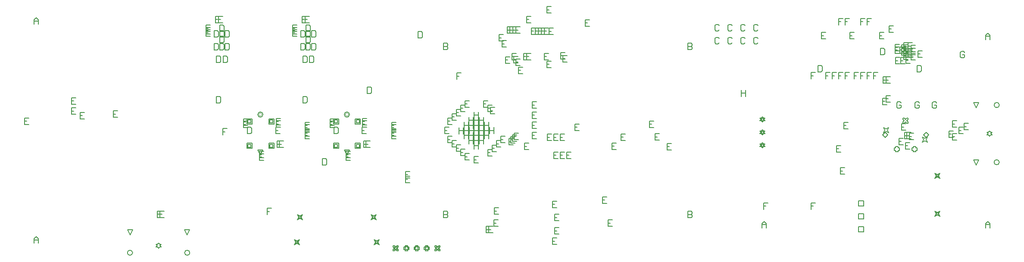
<source format=gbr>
%TF.GenerationSoftware,Altium Limited,Altium Designer,22.4.2 (48)*%
G04 Layer_Color=2752767*
%FSLAX26Y26*%
%MOIN*%
%TF.SameCoordinates,8C98EB32-1E12-42CD-A60B-9DA89663A72C*%
%TF.FilePolarity,Positive*%
%TF.FileFunction,Drawing*%
%TF.Part,Single*%
G01*
G75*
%TA.AperFunction,NonConductor*%
%ADD228C,0.005000*%
%ADD229C,0.006667*%
%ADD230C,0.004000*%
D228*
X8877638Y2392992D02*
Y2432992D01*
X8917638D01*
Y2392992D01*
X8877638D01*
Y2292992D02*
Y2332992D01*
X8917638D01*
Y2292992D01*
X8877638D01*
Y2192992D02*
Y2232992D01*
X8917638D01*
Y2192992D01*
X8877638D01*
X9789370Y2711496D02*
X9769370Y2751496D01*
X9809370D01*
X9789370Y2711496D01*
Y3154016D02*
X9769370Y3194016D01*
X9809370D01*
X9789370Y3154016D01*
X9891732Y2932756D02*
X9901732Y2942756D01*
X9911732D01*
X9901732Y2952756D01*
X9911732Y2962756D01*
X9901732D01*
X9891732Y2972756D01*
X9881732Y2962756D01*
X9871732D01*
X9881732Y2952756D01*
X9871732Y2942756D01*
X9881732D01*
X9891732Y2932756D01*
X9372126Y2886299D02*
X9382126Y2906299D01*
X9372126Y2926299D01*
X9392126Y2916299D01*
X9412126Y2926299D01*
X9402126Y2906299D01*
X9412126Y2886299D01*
X9392126Y2896299D01*
X9372126Y2886299D01*
X9072126Y2959528D02*
X9082126Y2979528D01*
X9072126Y2999528D01*
X9092126Y2989528D01*
X9112126Y2999528D01*
X9102126Y2979528D01*
X9112126Y2959528D01*
X9092126Y2969528D01*
X9072126Y2959528D01*
X9163228Y2822677D02*
Y2812677D01*
X9183228D01*
Y2822677D01*
X9193228D01*
Y2842677D01*
X9183228D01*
Y2852677D01*
X9163228D01*
Y2842677D01*
X9153228D01*
Y2822677D01*
X9163228D01*
X9301024D02*
Y2812677D01*
X9321024D01*
Y2822677D01*
X9331024D01*
Y2842677D01*
X9321024D01*
Y2852677D01*
X9301024D01*
Y2842677D01*
X9291024D01*
Y2822677D01*
X9301024D01*
X9222126Y3033150D02*
X9232126D01*
X9242126Y3043150D01*
X9252126Y3033150D01*
X9262126D01*
Y3043150D01*
X9252126Y3053150D01*
X9262126Y3063150D01*
Y3073150D01*
X9252126D01*
X9242126Y3063150D01*
X9232126Y3073150D01*
X9222126D01*
Y3063150D01*
X9232126Y3053150D01*
X9222126Y3043150D01*
Y3033150D01*
X9064252Y2942913D02*
X9084252Y2962913D01*
X9104252Y2942913D01*
X9084252Y2922913D01*
X9064252Y2942913D01*
X9380000D02*
X9400000Y2962913D01*
X9420000Y2942913D01*
X9400000Y2922913D01*
X9380000Y2942913D01*
X4816614Y3027244D02*
Y3067244D01*
X4856614D01*
Y3027244D01*
X4816614D01*
X4824614Y3035244D02*
Y3059244D01*
X4848614D01*
Y3035244D01*
X4824614D01*
X4816614Y2838268D02*
Y2878268D01*
X4856614D01*
Y2838268D01*
X4816614D01*
X4824614Y2846268D02*
Y2870268D01*
X4848614D01*
Y2846268D01*
X4824614D01*
X4985905Y2838268D02*
Y2878268D01*
X5025905D01*
Y2838268D01*
X4985905D01*
X4993905Y2846268D02*
Y2870268D01*
X5017905D01*
Y2846268D01*
X4993905D01*
X4985905Y3027244D02*
Y3067244D01*
X5025905D01*
Y3027244D01*
X4985905D01*
X4993905Y3035244D02*
Y3059244D01*
X5017905D01*
Y3035244D01*
X4993905D01*
X4921260Y2785118D02*
X4901260Y2825118D01*
X4941260D01*
X4921260Y2785118D01*
Y2793118D02*
X4909260Y2817118D01*
X4933260D01*
X4921260Y2793118D01*
X8135827Y2842599D02*
X8145827Y2852599D01*
X8155827D01*
X8145827Y2862599D01*
X8155827Y2872599D01*
X8145827D01*
X8135827Y2882599D01*
X8125827Y2872599D01*
X8115827D01*
X8125827Y2862599D01*
X8115827Y2852599D01*
X8125827D01*
X8135827Y2842599D01*
Y2850599D02*
X8141827Y2856599D01*
X8147827D01*
X8141827Y2862599D01*
X8147827Y2868599D01*
X8141827D01*
X8135827Y2874599D01*
X8129827Y2868599D01*
X8123827D01*
X8129827Y2862599D01*
X8123827Y2856599D01*
X8129827D01*
X8135827Y2850599D01*
Y2942599D02*
X8145827Y2952599D01*
X8155827D01*
X8145827Y2962599D01*
X8155827Y2972599D01*
X8145827D01*
X8135827Y2982599D01*
X8125827Y2972599D01*
X8115827D01*
X8125827Y2962599D01*
X8115827Y2952599D01*
X8125827D01*
X8135827Y2942599D01*
Y2950599D02*
X8141827Y2956599D01*
X8147827D01*
X8141827Y2962599D01*
X8147827Y2968599D01*
X8141827D01*
X8135827Y2974599D01*
X8129827Y2968599D01*
X8123827D01*
X8129827Y2962599D01*
X8123827Y2956599D01*
X8129827D01*
X8135827Y2950599D01*
Y3042599D02*
X8145827Y3052599D01*
X8155827D01*
X8145827Y3062599D01*
X8155827Y3072599D01*
X8145827D01*
X8135827Y3082599D01*
X8125827Y3072599D01*
X8115827D01*
X8125827Y3062599D01*
X8115827Y3052599D01*
X8125827D01*
X8135827Y3042599D01*
Y3050599D02*
X8141827Y3056599D01*
X8147827D01*
X8141827Y3062599D01*
X8147827Y3068599D01*
X8141827D01*
X8135827Y3074599D01*
X8129827Y3068599D01*
X8123827D01*
X8129827Y3062599D01*
X8123827Y3056599D01*
X8129827D01*
X8135827Y3050599D01*
X9468189Y2607953D02*
X9478189Y2627953D01*
X9468189Y2647953D01*
X9488189Y2637953D01*
X9508189Y2647953D01*
X9498189Y2627953D01*
X9508189Y2607953D01*
X9488189Y2617953D01*
X9468189Y2607953D01*
X9476189Y2615953D02*
X9482189Y2627953D01*
X9476189Y2639953D01*
X9488189Y2633953D01*
X9500189Y2639953D01*
X9494189Y2627953D01*
X9500189Y2615953D01*
X9488189Y2621953D01*
X9476189Y2615953D01*
X9468189Y2312677D02*
X9478189Y2332677D01*
X9468189Y2352677D01*
X9488189Y2342677D01*
X9508189Y2352677D01*
X9498189Y2332677D01*
X9508189Y2312677D01*
X9488189Y2322677D01*
X9468189Y2312677D01*
X9476189Y2320677D02*
X9482189Y2332677D01*
X9476189Y2344677D01*
X9488189Y2338677D01*
X9500189Y2344677D01*
X9494189Y2332677D01*
X9500189Y2320677D01*
X9488189Y2326677D01*
X9476189Y2320677D01*
X5529370Y2056929D02*
Y2046929D01*
X5549370D01*
Y2056929D01*
X5559370D01*
Y2076929D01*
X5549370D01*
Y2086929D01*
X5529370D01*
Y2076929D01*
X5519370D01*
Y2056929D01*
X5529370D01*
X5533370Y2060929D02*
Y2054929D01*
X5545370D01*
Y2060929D01*
X5551370D01*
Y2072929D01*
X5545370D01*
Y2078929D01*
X5533370D01*
Y2072929D01*
X5527370D01*
Y2060929D01*
X5533370D01*
X5450630Y2056929D02*
Y2046929D01*
X5470630D01*
Y2056929D01*
X5480630D01*
Y2076929D01*
X5470630D01*
Y2086929D01*
X5450630D01*
Y2076929D01*
X5440630D01*
Y2056929D01*
X5450630D01*
X5454630Y2060929D02*
Y2054929D01*
X5466630D01*
Y2060929D01*
X5472630D01*
Y2072929D01*
X5466630D01*
Y2078929D01*
X5454630D01*
Y2072929D01*
X5448630D01*
Y2060929D01*
X5454630D01*
X5371890Y2056929D02*
Y2046929D01*
X5391890D01*
Y2056929D01*
X5401890D01*
Y2076929D01*
X5391890D01*
Y2086929D01*
X5371890D01*
Y2076929D01*
X5361890D01*
Y2056929D01*
X5371890D01*
X5375890Y2060929D02*
Y2054929D01*
X5387890D01*
Y2060929D01*
X5393890D01*
Y2072929D01*
X5387890D01*
Y2078929D01*
X5375890D01*
Y2072929D01*
X5369890D01*
Y2060929D01*
X5375890D01*
X5279213Y2046929D02*
X5289213D01*
X5299213Y2056929D01*
X5309213Y2046929D01*
X5319213D01*
Y2056929D01*
X5309213Y2066929D01*
X5319213Y2076929D01*
Y2086929D01*
X5309213D01*
X5299213Y2076929D01*
X5289213Y2086929D01*
X5279213D01*
Y2076929D01*
X5289213Y2066929D01*
X5279213Y2056929D01*
Y2046929D01*
X5287213Y2054929D02*
X5293213D01*
X5299213Y2060929D01*
X5305213Y2054929D01*
X5311213D01*
Y2060929D01*
X5305213Y2066929D01*
X5311213Y2072929D01*
Y2078929D01*
X5305213D01*
X5299213Y2072929D01*
X5293213Y2078929D01*
X5287213D01*
Y2072929D01*
X5293213Y2066929D01*
X5287213Y2060929D01*
Y2054929D01*
X5602047Y2046929D02*
X5612047D01*
X5622047Y2056929D01*
X5632047Y2046929D01*
X5642047D01*
Y2056929D01*
X5632047Y2066929D01*
X5642047Y2076929D01*
Y2086929D01*
X5632047D01*
X5622047Y2076929D01*
X5612047Y2086929D01*
X5602047D01*
Y2076929D01*
X5612047Y2066929D01*
X5602047Y2056929D01*
Y2046929D01*
X5610047Y2054929D02*
X5616047D01*
X5622047Y2060929D01*
X5628047Y2054929D01*
X5634047D01*
Y2060929D01*
X5628047Y2066929D01*
X5634047Y2072929D01*
Y2078929D01*
X5628047D01*
X5622047Y2072929D01*
X5616047Y2078929D01*
X5610047D01*
Y2072929D01*
X5616047Y2066929D01*
X5610047Y2060929D01*
Y2054929D01*
X9862205Y3681102D02*
Y3714425D01*
X9878866Y3731086D01*
X9895527Y3714425D01*
Y3681102D01*
Y3706094D01*
X9862205D01*
X4513465Y2094173D02*
X4523465Y2114173D01*
X4513465Y2134173D01*
X4533465Y2124173D01*
X4553465Y2134173D01*
X4543465Y2114173D01*
X4553465Y2094173D01*
X4533465Y2104173D01*
X4513465Y2094173D01*
X4521465Y2102173D02*
X4527465Y2114173D01*
X4521465Y2126173D01*
X4533465Y2120173D01*
X4545465Y2126173D01*
X4539465Y2114173D01*
X4545465Y2102173D01*
X4533465Y2108173D01*
X4521465Y2102173D01*
X4537087Y2287087D02*
X4547087Y2307087D01*
X4537087Y2327087D01*
X4557087Y2317087D01*
X4577087Y2327087D01*
X4567087Y2307087D01*
X4577087Y2287087D01*
X4557087Y2297087D01*
X4537087Y2287087D01*
X4545087Y2295087D02*
X4551087Y2307087D01*
X4545087Y2319087D01*
X4557087Y2313087D01*
X4569087Y2319087D01*
X4563087Y2307087D01*
X4569087Y2295087D01*
X4557087Y2301087D01*
X4545087Y2295087D01*
X5131575Y2094173D02*
X5141575Y2114173D01*
X5131575Y2134173D01*
X5151575Y2124173D01*
X5171575Y2134173D01*
X5161575Y2114173D01*
X5171575Y2094173D01*
X5151575Y2104173D01*
X5131575Y2094173D01*
X5139575Y2102173D02*
X5145575Y2114173D01*
X5139575Y2126173D01*
X5151575Y2120173D01*
X5163575Y2126173D01*
X5157575Y2114173D01*
X5163575Y2102173D01*
X5151575Y2108173D01*
X5139575Y2102173D01*
X5107953Y2287087D02*
X5117953Y2307087D01*
X5107953Y2327087D01*
X5127953Y2317087D01*
X5147953Y2327087D01*
X5137953Y2307087D01*
X5147953Y2287087D01*
X5127953Y2297087D01*
X5107953Y2287087D01*
X5115953Y2295087D02*
X5121953Y2307087D01*
X5115953Y2319087D01*
X5127953Y2313087D01*
X5139953Y2319087D01*
X5133953Y2307087D01*
X5139953Y2295087D01*
X5127953Y2301087D01*
X5115953Y2295087D01*
X5669291Y3652346D02*
Y3602362D01*
X5694283D01*
X5702614Y3610693D01*
Y3619023D01*
X5694283Y3627354D01*
X5669291D01*
X5694283D01*
X5702614Y3635685D01*
Y3644015D01*
X5694283Y3652346D01*
X5669291D01*
X8101039Y3688504D02*
X8092708Y3696834D01*
X8076047D01*
X8067717Y3688504D01*
Y3655181D01*
X8076047Y3646850D01*
X8092708D01*
X8101039Y3655181D01*
Y3788504D02*
X8092708Y3796834D01*
X8076047D01*
X8067717Y3788504D01*
Y3755181D01*
X8076047Y3746850D01*
X8092708D01*
X8101039Y3755181D01*
X3243307Y2168976D02*
X3223307Y2208976D01*
X3263307D01*
X3243307Y2168976D01*
X3685827D02*
X3665827Y2208976D01*
X3705827D01*
X3685827Y2168976D01*
X3464567Y2066614D02*
X3474567Y2076614D01*
X3484567D01*
X3474567Y2086614D01*
X3484567Y2096614D01*
X3474567D01*
X3464567Y2106614D01*
X3454567Y2096614D01*
X3444567D01*
X3454567Y2086614D01*
X3444567Y2076614D01*
X3454567D01*
X3464567Y2066614D01*
X7559055Y2353133D02*
Y2303150D01*
X7584047D01*
X7592378Y2311480D01*
Y2319811D01*
X7584047Y2328142D01*
X7559055D01*
X7584047D01*
X7592378Y2336472D01*
Y2344803D01*
X7584047Y2353133D01*
X7559055D01*
Y3652346D02*
Y3602362D01*
X7584047D01*
X7592378Y3610693D01*
Y3619023D01*
X7584047Y3627354D01*
X7559055D01*
X7584047D01*
X7592378Y3635685D01*
Y3644015D01*
X7584047Y3652346D01*
X7559055D01*
X5669291Y2353133D02*
Y2303150D01*
X5694283D01*
X5702614Y2311480D01*
Y2319811D01*
X5694283Y2328142D01*
X5669291D01*
X5694283D01*
X5702614Y2336472D01*
Y2344803D01*
X5694283Y2353133D01*
X5669291D01*
X8129921Y2224409D02*
Y2257732D01*
X8146583Y2274393D01*
X8163244Y2257732D01*
Y2224409D01*
Y2249401D01*
X8129921D01*
X2500000Y2106299D02*
Y2139622D01*
X2516661Y2156283D01*
X2533323Y2139622D01*
Y2106299D01*
Y2131291D01*
X2500000D01*
Y3799213D02*
Y3832535D01*
X2516661Y3849196D01*
X2533323Y3832535D01*
Y3799213D01*
Y3824204D01*
X2500000D01*
X9862205Y2224409D02*
Y2257732D01*
X9878866Y2274393D01*
X9895527Y2257732D01*
Y2224409D01*
Y2249401D01*
X9862205D01*
X4147323Y3027244D02*
Y3067244D01*
X4187323D01*
Y3027244D01*
X4147323D01*
X4155323Y3035244D02*
Y3059244D01*
X4179323D01*
Y3035244D01*
X4155323D01*
X4147323Y2838268D02*
Y2878268D01*
X4187323D01*
Y2838268D01*
X4147323D01*
X4155323Y2846268D02*
Y2870268D01*
X4179323D01*
Y2846268D01*
X4155323D01*
X4316614Y2838268D02*
Y2878268D01*
X4356614D01*
Y2838268D01*
X4316614D01*
X4324614Y2846268D02*
Y2870268D01*
X4348614D01*
Y2846268D01*
X4324614D01*
X4316614Y3027244D02*
Y3067244D01*
X4356614D01*
Y3027244D01*
X4316614D01*
X4324614Y3035244D02*
Y3059244D01*
X4348614D01*
Y3035244D01*
X4324614D01*
X4251968Y2785118D02*
X4231968Y2825118D01*
X4271968D01*
X4251968Y2785118D01*
Y2793118D02*
X4239968Y2817118D01*
X4263968D01*
X4251968Y2793118D01*
X7801039Y3788504D02*
X7792708Y3796834D01*
X7776047D01*
X7767717Y3788504D01*
Y3755181D01*
X7776047Y3746850D01*
X7792708D01*
X7801039Y3755181D01*
Y3688504D02*
X7792708Y3696834D01*
X7776047D01*
X7767717Y3688504D01*
Y3655181D01*
X7776047Y3646850D01*
X7792708D01*
X7801039Y3655181D01*
X7901039Y3688504D02*
X7892708Y3696834D01*
X7876047D01*
X7867717Y3688504D01*
Y3655181D01*
X7876047Y3646850D01*
X7892708D01*
X7901039Y3655181D01*
Y3788504D02*
X7892708Y3796834D01*
X7876047D01*
X7867717Y3788504D01*
Y3755181D01*
X7876047Y3746850D01*
X7892708D01*
X7901039Y3755181D01*
X8001039Y3688504D02*
X7992708Y3696834D01*
X7976047D01*
X7967717Y3688504D01*
Y3655181D01*
X7976047Y3646850D01*
X7992708D01*
X8001039Y3655181D01*
Y3788504D02*
X7992708Y3796834D01*
X7976047D01*
X7967717Y3788504D01*
Y3755181D01*
X7976047Y3746850D01*
X7992708D01*
X8001039Y3755181D01*
X4563976Y3649984D02*
Y3600000D01*
X4588968D01*
X4597299Y3608331D01*
Y3641653D01*
X4588968Y3649984D01*
X4563976D01*
X4648622D02*
Y3600000D01*
X4673614D01*
X4681945Y3608331D01*
Y3641653D01*
X4673614Y3649984D01*
X4648622D01*
X4606299D02*
Y3600000D01*
X4631291D01*
X4639622Y3608331D01*
Y3641653D01*
X4631291Y3649984D01*
X4606299D01*
X4563976Y3749393D02*
Y3699409D01*
X4588968D01*
X4597299Y3707740D01*
Y3741063D01*
X4588968Y3749393D01*
X4563976D01*
X4648622D02*
Y3699409D01*
X4673614D01*
X4681945Y3707740D01*
Y3741063D01*
X4673614Y3749393D01*
X4648622D01*
X4606299Y3705692D02*
Y3655709D01*
X4631291D01*
X4639622Y3664039D01*
Y3697362D01*
X4631291Y3705692D01*
X4606299D01*
Y3793094D02*
Y3743110D01*
X4631291D01*
X4639622Y3751441D01*
Y3784763D01*
X4631291Y3793094D01*
X4606299D01*
Y3749393D02*
Y3699409D01*
X4631291D01*
X4639622Y3707740D01*
Y3741063D01*
X4631291Y3749393D01*
X4606299D01*
X3894685Y3649984D02*
Y3600000D01*
X3919677D01*
X3928008Y3608331D01*
Y3641653D01*
X3919677Y3649984D01*
X3894685D01*
X3979331D02*
Y3600000D01*
X4004323D01*
X4012653Y3608331D01*
Y3641653D01*
X4004323Y3649984D01*
X3979331D01*
X3937008D02*
Y3600000D01*
X3962000D01*
X3970331Y3608331D01*
Y3641653D01*
X3962000Y3649984D01*
X3937008D01*
X3894685Y3749393D02*
Y3699409D01*
X3919677D01*
X3928008Y3707740D01*
Y3741063D01*
X3919677Y3749393D01*
X3894685D01*
X3979331D02*
Y3699409D01*
X4004323D01*
X4012653Y3707740D01*
Y3741063D01*
X4004323Y3749393D01*
X3979331D01*
X3937008Y3705692D02*
Y3655709D01*
X3962000D01*
X3970331Y3664039D01*
Y3697362D01*
X3962000Y3705692D01*
X3937008D01*
Y3793094D02*
Y3743110D01*
X3962000D01*
X3970331Y3751441D01*
Y3784763D01*
X3962000Y3793094D01*
X3937008D01*
Y3749393D02*
Y3699409D01*
X3962000D01*
X3970331Y3707740D01*
Y3741063D01*
X3962000Y3749393D01*
X3937008D01*
X8772496Y2688763D02*
X8739173D01*
Y2638780D01*
X8772496D01*
X8739173Y2663771D02*
X8755835D01*
X9261669Y3656283D02*
X9228346D01*
Y3606299D01*
X9261669D01*
X9228346Y3631291D02*
X9245008D01*
X9245921Y3609039D02*
X9212598D01*
Y3559055D01*
X9245921D01*
X9212598Y3584047D02*
X9229260D01*
X8798086Y3040141D02*
X8764764D01*
Y2990157D01*
X8798086D01*
X8764764Y3015149D02*
X8781425D01*
X9261669Y3640535D02*
X9228346D01*
Y3590551D01*
X9261669D01*
X9228346Y3615543D02*
X9245008D01*
X8742968Y2861007D02*
X8709646D01*
Y2811024D01*
X8742968D01*
X8709646Y2836015D02*
X8726307D01*
X3962456Y3861007D02*
X3929134D01*
Y3811024D01*
X3962456D01*
X3929134Y3836015D02*
X3945795D01*
X3937850Y3861007D02*
X3904528D01*
Y3811024D01*
X3937850D01*
X3904528Y3836015D02*
X3921189D01*
X4607141Y3861007D02*
X4573819D01*
Y3811024D01*
X4607141D01*
X4573819Y3836015D02*
X4590480D01*
X4631748Y3861007D02*
X4598425D01*
Y3811024D01*
X4631748D01*
X4598425Y3836015D02*
X4615087D01*
X4535291Y3756677D02*
X4501968D01*
Y3706693D01*
X4535291D01*
X4501968Y3731685D02*
X4518630D01*
X3866000Y3792110D02*
X3832677D01*
Y3742126D01*
X3866000D01*
X3832677Y3767118D02*
X3849338D01*
X3866000Y3774393D02*
X3832677D01*
Y3724409D01*
X3866000D01*
X3832677Y3749401D02*
X3849338D01*
X3866000Y3756677D02*
X3832677D01*
Y3706693D01*
X3866000D01*
X3832677Y3731685D02*
X3849338D01*
X4535291Y3774393D02*
X4501968D01*
Y3724409D01*
X4535291D01*
X4501968Y3749401D02*
X4518630D01*
X4535291Y3792110D02*
X4501968D01*
Y3742126D01*
X4535291D01*
X4501968Y3767118D02*
X4518630D01*
X5078740Y3313763D02*
Y3263780D01*
X5103732D01*
X5112063Y3272110D01*
Y3305433D01*
X5103732Y3313763D01*
X5078740D01*
X3963583Y3552937D02*
Y3502953D01*
X3988575D01*
X3996905Y3511283D01*
Y3544606D01*
X3988575Y3552937D01*
X3963583D01*
X4632874D02*
Y3502953D01*
X4657866D01*
X4666197Y3511283D01*
Y3544606D01*
X4657866Y3552937D01*
X4632874D01*
X3911417Y3239944D02*
Y3189961D01*
X3936409D01*
X3944740Y3198291D01*
Y3231614D01*
X3936409Y3239944D01*
X3911417D01*
Y3552936D02*
Y3502953D01*
X3936409D01*
X3944740Y3511283D01*
Y3544606D01*
X3936409Y3552936D01*
X3911417D01*
X4580709D02*
Y3502953D01*
X4605700D01*
X4614031Y3511283D01*
Y3544606D01*
X4605700Y3552936D01*
X4580709D01*
Y3239944D02*
Y3189961D01*
X4605700D01*
X4614031Y3198291D01*
Y3231614D01*
X4605700Y3239944D01*
X4580709D01*
X4150422Y3002740D02*
Y2952756D01*
X4175414D01*
X4183745Y2961086D01*
Y2994409D01*
X4175414Y3002740D01*
X4150422D01*
X4819713D02*
Y2952756D01*
X4844705D01*
X4853036Y2961086D01*
Y2994409D01*
X4844705Y3002740D01*
X4819713D01*
X4403401D02*
X4370079D01*
Y2952756D01*
X4403401D01*
X4370079Y2977748D02*
X4386740D01*
X5072693Y3002740D02*
X5039370D01*
Y2952756D01*
X5072693D01*
X5039370Y2977748D02*
X5056031D01*
X5075645Y3052936D02*
X5042322D01*
Y3002953D01*
X5075645D01*
X5042322Y3027945D02*
X5058983D01*
X5075645Y3070653D02*
X5042322D01*
Y3020669D01*
X5075645D01*
X5042322Y3045661D02*
X5058983D01*
X4823676Y3049393D02*
X4790353D01*
Y2999410D01*
X4823676D01*
X4790353Y3024401D02*
X4807015D01*
X4823676Y3067110D02*
X4790353D01*
Y3017126D01*
X4823676D01*
X4790353Y3042118D02*
X4807015D01*
X5083125Y2895456D02*
X5049802D01*
Y2845472D01*
X5083125D01*
X5049802Y2870464D02*
X5066464D01*
X5100842Y2895456D02*
X5067519D01*
Y2845472D01*
X5100842D01*
X5067519Y2870464D02*
X5084180D01*
X4948676Y2797425D02*
X4915353D01*
Y2747441D01*
X4948676D01*
X4915353Y2772433D02*
X4932015D01*
X4948676Y2815141D02*
X4915353D01*
Y2765157D01*
X4948676D01*
X4915353Y2790149D02*
X4932015D01*
X4279386Y2815141D02*
X4246063D01*
Y2765157D01*
X4279386D01*
X4246063Y2790149D02*
X4262724D01*
X4279386Y2797425D02*
X4246063D01*
Y2747441D01*
X4279386D01*
X4246063Y2772433D02*
X4262724D01*
X4431551Y2895456D02*
X4398229D01*
Y2845472D01*
X4431551D01*
X4398229Y2870464D02*
X4414890D01*
X4413835Y2895456D02*
X4380512D01*
Y2845472D01*
X4413835D01*
X4380512Y2870464D02*
X4397173D01*
X4154386Y3067110D02*
X4121063D01*
Y3017126D01*
X4154386D01*
X4121063Y3042118D02*
X4137724D01*
X4154386Y3049393D02*
X4121063D01*
Y2999410D01*
X4154386D01*
X4121063Y3024401D02*
X4137724D01*
X4406354Y3070653D02*
X4373032D01*
Y3020669D01*
X4406354D01*
X4373032Y3045661D02*
X4389693D01*
X4406354Y3052936D02*
X4373032D01*
Y3002953D01*
X4406354D01*
X4373032Y3027945D02*
X4389693D01*
X5300598Y3023242D02*
X5267275D01*
Y2973258D01*
X5300598D01*
X5267275Y2998250D02*
X5283937D01*
X5300598Y3041292D02*
X5267275D01*
Y2991308D01*
X5300598D01*
X5267275Y3016300D02*
X5283937D01*
X5300598Y2964187D02*
X5267275D01*
Y2914203D01*
X5300598D01*
X5267275Y2939195D02*
X5283937D01*
X5300598Y2982237D02*
X5267275D01*
Y2932253D01*
X5300598D01*
X5267275Y2957245D02*
X5283937D01*
X4631307Y2982237D02*
X4597984D01*
Y2932253D01*
X4631307D01*
X4597984Y2957245D02*
X4614645D01*
X4631307Y2964187D02*
X4597984D01*
Y2914203D01*
X4631307D01*
X4597984Y2939195D02*
X4614645D01*
X4631307Y3041292D02*
X4597984D01*
Y2991308D01*
X4631307D01*
X4597984Y3016300D02*
X4614645D01*
X4631307Y3023242D02*
X4597984D01*
Y2973258D01*
X4631307D01*
X4597984Y2998250D02*
X4614645D01*
X6545134Y2430889D02*
X6511811D01*
Y2380905D01*
X6545134D01*
X6511811Y2405897D02*
X6528472D01*
X8759110Y3843291D02*
X8725787D01*
Y3818299D01*
X8742449D01*
X8725787D01*
Y3793307D01*
X8543165Y2418094D02*
X8509843D01*
Y2393102D01*
X8526504D01*
X8509843D01*
Y2368110D01*
X9639622Y3051952D02*
X9606299D01*
Y3001968D01*
X9639622D01*
X9606299Y3026960D02*
X9622960D01*
X9728204Y3032267D02*
X9694882D01*
Y2982284D01*
X9728204D01*
X9694882Y3007275D02*
X9711543D01*
X9639622Y2953527D02*
X9606299D01*
Y2903543D01*
X9639622D01*
X9606299Y2928535D02*
X9622960D01*
X9611079Y2973212D02*
X9577756D01*
Y2923228D01*
X9611079D01*
X9577756Y2948220D02*
X9594417D01*
X5938834Y2776362D02*
X5905512D01*
Y2726378D01*
X5938834D01*
X5905512Y2751370D02*
X5922173D01*
X5712457Y3002740D02*
X5679134D01*
Y2952756D01*
X5712457D01*
X5679134Y2977748D02*
X5695795D01*
X5867736Y2798247D02*
X5834414D01*
Y2748263D01*
X5867736D01*
X5834414Y2773255D02*
X5851075D01*
X9245921Y3640535D02*
X9212598D01*
Y3590551D01*
X9245921D01*
X9212598Y3615543D02*
X9229260D01*
X9293165Y3656283D02*
X9259843D01*
Y3606299D01*
X9293165D01*
X9259843Y3631291D02*
X9276504D01*
X9261669Y3624787D02*
X9228346D01*
Y3574803D01*
X9261669D01*
X9228346Y3599795D02*
X9245008D01*
X9194740Y3624787D02*
X9161417D01*
Y3574803D01*
X9194740D01*
X9161417Y3599795D02*
X9178079D01*
X6608126Y3581185D02*
X6574803D01*
Y3531201D01*
X6608126D01*
X6574803Y3556193D02*
X6591464D01*
X6623874Y3556874D02*
X6590551D01*
Y3506890D01*
X6623874D01*
X6590551Y3531882D02*
X6607212D01*
X6517575Y3769472D02*
X6484252D01*
Y3719488D01*
X6517575D01*
X6484252Y3744480D02*
X6500913D01*
X8623874Y3735023D02*
X8590551D01*
Y3685039D01*
X8623874D01*
X8590551Y3710031D02*
X8607212D01*
X8844346Y3735023D02*
X8811024D01*
Y3685039D01*
X8844346D01*
X8811024Y3710031D02*
X8827685D01*
X9074661Y3735023D02*
X9041339D01*
Y3685039D01*
X9074661D01*
X9041339Y3710031D02*
X9058000D01*
X9146512Y3787189D02*
X9113189D01*
Y3737205D01*
X9146512D01*
X9113189Y3762197D02*
X9129850D01*
X6717378Y3027346D02*
X6684055D01*
Y2977362D01*
X6717378D01*
X6684055Y3002354D02*
X6700716D01*
X6194740Y3778330D02*
X6161417D01*
Y3728347D01*
X6194740D01*
X6161417Y3753338D02*
X6178079D01*
X7336472Y2951559D02*
X7303150D01*
Y2901575D01*
X7336472D01*
X7303150Y2926567D02*
X7319811D01*
X7430960Y2876756D02*
X7397638D01*
Y2826772D01*
X7430960D01*
X7397638Y2851764D02*
X7414299D01*
X6064819Y3156283D02*
X6031496D01*
Y3106299D01*
X6064819D01*
X6031496Y3131291D02*
X6048157D01*
X7003323Y2879984D02*
X6970000D01*
Y2830000D01*
X7003323D01*
X6970000Y2854992D02*
X6986661D01*
X7293323Y3049984D02*
X7260000D01*
Y3000000D01*
X7293323D01*
X7260000Y3024992D02*
X7276661D01*
X7073323Y2949984D02*
X7040000D01*
Y2900000D01*
X7073323D01*
X7040000Y2924992D02*
X7056661D01*
X6655370Y2810811D02*
X6622047D01*
Y2760827D01*
X6655370D01*
X6622047Y2785819D02*
X6638708D01*
X6605370Y2810811D02*
X6572047D01*
Y2760827D01*
X6605370D01*
X6572047Y2785819D02*
X6588708D01*
X6555764Y2810811D02*
X6522441D01*
Y2760827D01*
X6555764D01*
X6522441Y2785819D02*
X6539102D01*
X6605370Y2948606D02*
X6572047D01*
Y2898622D01*
X6605370D01*
X6572047Y2923614D02*
X6588708D01*
X6555764Y2948606D02*
X6522441D01*
Y2898622D01*
X6555764D01*
X6522441Y2923614D02*
X6539102D01*
X6505764Y2948606D02*
X6472441D01*
Y2898622D01*
X6505764D01*
X6472441Y2923614D02*
X6489102D01*
X6206551Y2916126D02*
X6173228D01*
Y2866142D01*
X6206551D01*
X6173228Y2891134D02*
X6189890D01*
X6234110Y2943685D02*
X6200787D01*
Y2893701D01*
X6234110D01*
X6200787Y2918693D02*
X6217449D01*
X6247890Y2957464D02*
X6214567D01*
Y2907480D01*
X6247890D01*
X6214567Y2932472D02*
X6231228D01*
X6220331Y2929905D02*
X6187008D01*
Y2879921D01*
X6220331D01*
X6187008Y2904913D02*
X6203669D01*
X9371905Y3593291D02*
X9338583D01*
Y3543307D01*
X9371905D01*
X9338583Y3568299D02*
X9355244D01*
X9123874Y3247818D02*
X9090551D01*
Y3197835D01*
X9123874D01*
X9090551Y3222827D02*
X9107212D01*
X9099267Y3228133D02*
X9065945D01*
Y3178150D01*
X9099267D01*
X9065945Y3203142D02*
X9082606D01*
X9687850Y3002740D02*
X9654528D01*
Y2952756D01*
X9687850D01*
X9654528Y2977748D02*
X9671189D01*
X9275449Y2884630D02*
X9242126D01*
Y2834646D01*
X9275449D01*
X9242126Y2859638D02*
X9258787D01*
X6930960Y2464354D02*
X6897638D01*
Y2414370D01*
X6930960D01*
X6897638Y2439362D02*
X6914299D01*
X5407338Y2660220D02*
X5374016D01*
Y2610236D01*
X5407338D01*
X5374016Y2635228D02*
X5390677D01*
X5407338Y2624787D02*
X5374016D01*
Y2574803D01*
X5407338D01*
X5374016Y2599795D02*
X5390677D01*
X6560882Y2225181D02*
X6527559D01*
Y2175197D01*
X6560882D01*
X6527559Y2200189D02*
X6544220D01*
X6560882Y2329511D02*
X6527559D01*
Y2279528D01*
X6560882D01*
X6527559Y2304519D02*
X6544220D01*
X9317771Y3612976D02*
X9284449D01*
Y3562992D01*
X9317771D01*
X9284449Y3587984D02*
X9301110D01*
X9317771Y3636598D02*
X9284449D01*
Y3586614D01*
X9317771D01*
X9284449Y3611606D02*
X9301110D01*
X9293165Y3609039D02*
X9259843D01*
Y3559055D01*
X9293165D01*
X9259843Y3584047D02*
X9276504D01*
X8979582Y3843291D02*
X8946260D01*
Y3818299D01*
X8962921D01*
X8946260D01*
Y3793307D01*
X8929582Y3843291D02*
X8896260D01*
Y3818299D01*
X8912921D01*
X8896260D01*
Y3793307D01*
X8809110Y3843291D02*
X8775787D01*
Y3818299D01*
X8792449D01*
X8775787D01*
Y3793307D01*
X9028795Y3424984D02*
X8995472D01*
Y3399992D01*
X9012134D01*
X8995472D01*
Y3375000D01*
X8978795Y3424984D02*
X8945472D01*
Y3399992D01*
X8962134D01*
X8945472D01*
Y3375000D01*
X8928795Y3424984D02*
X8895472D01*
Y3399992D01*
X8912134D01*
X8895472D01*
Y3375000D01*
X8878795Y3424984D02*
X8845472D01*
Y3399992D01*
X8862134D01*
X8845472D01*
Y3375000D01*
X8543165Y3424984D02*
X8509843D01*
Y3399992D01*
X8526504D01*
X8509843D01*
Y3375000D01*
X8658323Y3424984D02*
X8625000D01*
Y3399992D01*
X8641661D01*
X8625000D01*
Y3375000D01*
X8708323Y3424984D02*
X8675000D01*
Y3399992D01*
X8691661D01*
X8675000D01*
Y3375000D01*
X8808323Y3424984D02*
X8775000D01*
Y3399992D01*
X8791661D01*
X8775000D01*
Y3375000D01*
X8758323Y3424984D02*
X8725000D01*
Y3399992D01*
X8741661D01*
X8725000D01*
Y3375000D01*
X8563976Y3481086D02*
Y3431102D01*
X8588968D01*
X8597299Y3439433D01*
Y3472756D01*
X8588968Y3481086D01*
X8563976D01*
X9329724D02*
Y3431102D01*
X9354716D01*
X9363047Y3439433D01*
Y3472756D01*
X9354716Y3481086D01*
X9329724D01*
X6386669Y3199590D02*
X6353346D01*
Y3149606D01*
X6386669D01*
X6353346Y3174598D02*
X6370008D01*
X6386669Y3120850D02*
X6353346D01*
Y3070866D01*
X6386669D01*
X6353346Y3095858D02*
X6370008D01*
X6386669Y3042110D02*
X6353346D01*
Y2992126D01*
X6386669D01*
X6353346Y3017118D02*
X6370008D01*
X6386669Y2963370D02*
X6353346D01*
Y2913386D01*
X6386669D01*
X6353346Y2938378D02*
X6370008D01*
X6327614Y2879708D02*
X6294291D01*
Y2829724D01*
X6327614D01*
X6294291Y2854716D02*
X6310953D01*
X6975252Y2286204D02*
X6941929D01*
Y2236220D01*
X6975252D01*
X6941929Y2261212D02*
X6958590D01*
X3993952Y2991913D02*
X3960630D01*
Y2966921D01*
X3977291D01*
X3960630D01*
Y2941929D01*
X8178992Y2417110D02*
X8145669D01*
Y2392118D01*
X8162331D01*
X8145669D01*
Y2367126D01*
X9226236Y2918094D02*
X9192913D01*
Y2868110D01*
X9226236D01*
X9192913Y2893102D02*
X9209575D01*
X5803992Y3422031D02*
X5770669D01*
Y3397039D01*
X5787331D01*
X5770669D01*
Y3372047D01*
X2891590Y3117897D02*
X2858268D01*
Y3067913D01*
X2891590D01*
X2858268Y3092905D02*
X2874929D01*
X6153401Y3672031D02*
X6120079D01*
Y3622047D01*
X6153401D01*
X6120079Y3647039D02*
X6136740D01*
X2824661Y3231086D02*
X2791339D01*
Y3181102D01*
X2824661D01*
X2791339Y3206094D02*
X2808000D01*
X2824661Y3152346D02*
X2791339D01*
Y3102362D01*
X2824661D01*
X2791339Y3127354D02*
X2808000D01*
X6182929Y3548015D02*
X6149606D01*
Y3498032D01*
X6182929D01*
X6149606Y3523023D02*
X6166268D01*
X6797102Y3834433D02*
X6763779D01*
Y3784449D01*
X6797102D01*
X6763779Y3809441D02*
X6780441D01*
X2462456Y3073606D02*
X2429134D01*
Y3023622D01*
X2462456D01*
X2429134Y3048614D02*
X2445795D01*
X9261669Y3577543D02*
X9228346D01*
Y3527559D01*
X9261669D01*
X9228346Y3552551D02*
X9245008D01*
X9047244Y3612976D02*
Y3562992D01*
X9072236D01*
X9080567Y3571323D01*
Y3604645D01*
X9072236Y3612976D01*
X9047244D01*
X6281354Y3467307D02*
X6248032D01*
Y3417323D01*
X6281354D01*
X6248032Y3442315D02*
X6264693D01*
X9206551Y3191260D02*
X9198220Y3199590D01*
X9181559D01*
X9173228Y3191260D01*
Y3157937D01*
X9181559Y3149606D01*
X9198220D01*
X9206551Y3157937D01*
Y3174598D01*
X9189890D01*
X9123874Y3392503D02*
X9090551D01*
Y3342520D01*
X9123874D01*
X9090551Y3367512D02*
X9107212D01*
X9245921Y3029314D02*
X9212599D01*
Y2979331D01*
X9245921D01*
X9212599Y3004323D02*
X9229260D01*
X9100252Y3392503D02*
X9066929D01*
Y3342520D01*
X9100252D01*
X9066929Y3367512D02*
X9083590D01*
X9304976Y2956480D02*
X9271654D01*
Y2906496D01*
X9304976D01*
X9271654Y2931488D02*
X9288315D01*
X9698677Y3581023D02*
X9690346Y3589354D01*
X9673685D01*
X9665354Y3581023D01*
Y3547701D01*
X9673685Y3539370D01*
X9690346D01*
X9698677Y3547701D01*
Y3564362D01*
X9682016D01*
X7972441Y3290141D02*
Y3240157D01*
Y3265149D01*
X8005764D01*
Y3290141D01*
Y3240157D01*
X4336472Y2375771D02*
X4303150D01*
Y2350779D01*
X4319811D01*
X4303150D01*
Y2325787D01*
X6482141Y3573606D02*
X6448819D01*
Y3523622D01*
X6482141D01*
X6448819Y3548614D02*
X6465480D01*
X3147496Y3128724D02*
X3114173D01*
Y3078740D01*
X3147496D01*
X3114173Y3103732D02*
X3130834D01*
X6379779Y3770456D02*
X6346457D01*
Y3720472D01*
X6379779D01*
X6346457Y3745464D02*
X6363118D01*
X6482141Y3770456D02*
X6448819D01*
Y3720472D01*
X6482141D01*
X6448819Y3745464D02*
X6465480D01*
X6458520Y3770456D02*
X6425197D01*
Y3720472D01*
X6458520D01*
X6425197Y3745464D02*
X6441858D01*
X6434897Y3770456D02*
X6401575D01*
Y3720472D01*
X6434897D01*
X6401575Y3745464D02*
X6418236D01*
X6411275Y3770456D02*
X6377953D01*
Y3720472D01*
X6411275D01*
X6377953Y3745464D02*
X6394614D01*
X6501827Y3935811D02*
X6468504D01*
Y3885827D01*
X6501827D01*
X6468504Y3910819D02*
X6485165D01*
X6501827Y3514551D02*
X6468504D01*
Y3464567D01*
X6501827D01*
X6468504Y3489559D02*
X6485165D01*
X6215718Y3778330D02*
X6182395D01*
Y3728347D01*
X6215718D01*
X6182395Y3753338D02*
X6199057D01*
X6230173Y3573606D02*
X6196850D01*
Y3523622D01*
X6230173D01*
X6196850Y3548614D02*
X6213512D01*
X6238047Y3778330D02*
X6204724D01*
Y3728347D01*
X6238047D01*
X6204724Y3753338D02*
X6221386D01*
X6261669Y3778330D02*
X6228346D01*
Y3728347D01*
X6261669D01*
X6228346Y3753338D02*
X6245008D01*
X6245921Y3549984D02*
X6212598D01*
Y3500000D01*
X6245921D01*
X6212598Y3524992D02*
X6229260D01*
X6261669Y3530299D02*
X6228346D01*
Y3480315D01*
X6261669D01*
X6228346Y3505307D02*
X6245008D01*
X5866142Y2923999D02*
Y2874016D01*
Y2899008D01*
X5899464D01*
Y2923999D01*
Y2874016D01*
X5826772Y2963370D02*
Y2913386D01*
Y2938378D01*
X5860094D01*
Y2963370D01*
Y2913386D01*
X5866142Y2963370D02*
Y2913386D01*
Y2938378D01*
X5899464D01*
Y2963370D01*
Y2913386D01*
X5826772Y3042110D02*
Y2992126D01*
Y3017118D01*
X5860094D01*
Y3042110D01*
Y2992126D01*
X5866142Y3081480D02*
Y3031496D01*
Y3056488D01*
X5899464D01*
Y3081480D01*
Y3031496D01*
X5866142Y3042110D02*
Y2992126D01*
Y3017118D01*
X5899464D01*
Y3042110D01*
Y2992126D01*
X5984252Y3042110D02*
Y2992126D01*
Y3017118D01*
X6017575D01*
Y3042110D01*
Y2992126D01*
X5944882Y3081480D02*
Y3031496D01*
Y3056488D01*
X5978204D01*
Y3081480D01*
Y3031496D01*
X5944882Y3042110D02*
Y2992126D01*
Y3017118D01*
X5978204D01*
Y3042110D01*
Y2992126D01*
X5984252Y2963370D02*
Y2913386D01*
Y2938378D01*
X6017575D01*
Y2963370D01*
Y2913386D01*
X5944882Y2923999D02*
Y2874016D01*
Y2899008D01*
X5978204D01*
Y2923999D01*
Y2874016D01*
X5944882Y2963370D02*
Y2913386D01*
Y2938378D01*
X5978204D01*
Y2963370D01*
Y2913386D01*
X6023622Y3002740D02*
Y2952756D01*
Y2977748D01*
X6056945D01*
Y3002740D01*
Y2952756D01*
X5905512Y2884630D02*
Y2834646D01*
Y2859638D01*
X5938834D01*
Y2884630D01*
Y2834646D01*
X5788810Y3001331D02*
Y2951348D01*
Y2976340D01*
X5822132D01*
Y3001331D01*
Y2951348D01*
X5905512Y3120850D02*
Y3070866D01*
Y3095858D01*
X5938834D01*
Y3120850D01*
Y3070866D01*
X5984252Y3002740D02*
Y2952756D01*
Y2977748D01*
X6017575D01*
Y3002740D01*
Y2952756D01*
X5905512Y2923999D02*
Y2874016D01*
Y2899008D01*
X5938834D01*
Y2923999D01*
Y2874016D01*
X5826772Y3002740D02*
Y2952756D01*
Y2977748D01*
X5860094D01*
Y3002740D01*
Y2952756D01*
X5905512Y3081480D02*
Y3031496D01*
Y3056488D01*
X5938834D01*
Y3081480D01*
Y3031496D01*
X5944882Y3002740D02*
Y2952756D01*
Y2977748D01*
X5978204D01*
Y3002740D01*
Y2952756D01*
X5905512Y2963370D02*
Y2913386D01*
Y2938378D01*
X5938834D01*
Y2963370D01*
Y2913386D01*
X5867109Y3001772D02*
Y2951788D01*
Y2976780D01*
X5900432D01*
Y3001772D01*
Y2951788D01*
X5905512Y3042110D02*
Y2992126D01*
Y3017118D01*
X5938834D01*
Y3042110D01*
Y2992126D01*
X5905512Y3002740D02*
Y2952756D01*
Y2977748D01*
X5938834D01*
Y3002740D01*
Y2952756D01*
X6131748Y3719275D02*
X6098425D01*
Y3669291D01*
X6131748D01*
X6098425Y3694283D02*
X6115087D01*
X5472441Y3742897D02*
Y3692913D01*
X5497433D01*
X5505764Y3701244D01*
Y3734567D01*
X5497433Y3742897D01*
X5472441D01*
X4732283Y2758645D02*
Y2708661D01*
X4757275D01*
X4765606Y2716992D01*
Y2750315D01*
X4757275Y2758645D01*
X4732283D01*
X6050941Y2236007D02*
X6017618D01*
Y2186024D01*
X6050941D01*
X6017618Y2211015D02*
X6034279D01*
X6032240Y2236007D02*
X5998917D01*
Y2186024D01*
X6032240D01*
X5998917Y2211015D02*
X6015579D01*
X3507142Y2354118D02*
X3473819D01*
Y2304134D01*
X3507142D01*
X3473819Y2329126D02*
X3490480D01*
X3488441Y2354118D02*
X3455118D01*
Y2304134D01*
X3488441D01*
X3455118Y2329126D02*
X3471779D01*
X6043107Y2831422D02*
X6009785D01*
Y2781438D01*
X6043107D01*
X6009785Y2806430D02*
X6026446D01*
X5767517Y2898467D02*
X5734194D01*
Y2848483D01*
X5767517D01*
X5734194Y2873475D02*
X5750855D01*
X6009932Y3207232D02*
X5976610D01*
Y3157249D01*
X6009932D01*
X5976610Y3182240D02*
X5993271D01*
X6043339Y3173826D02*
X6010016D01*
Y3123842D01*
X6043339D01*
X6010016Y3148834D02*
X6026678D01*
X6143327Y2931642D02*
X6110004D01*
Y2881658D01*
X6143327D01*
X6110004Y2906650D02*
X6126666D01*
X6109920Y2898235D02*
X6076598D01*
Y2848251D01*
X6109920D01*
X6076598Y2873243D02*
X6093259D01*
X6076514Y2864829D02*
X6043191D01*
Y2814845D01*
X6076514D01*
X6043191Y2839837D02*
X6059852D01*
X5834330Y2831654D02*
X5801007D01*
Y2781670D01*
X5834330D01*
X5801007Y2806662D02*
X5817668D01*
X5800923Y2865060D02*
X5767601D01*
Y2815077D01*
X5800923D01*
X5767601Y2840068D02*
X5784262D01*
X5734110Y2931874D02*
X5700787D01*
Y2881890D01*
X5734110D01*
X5700787Y2906882D02*
X5717449D01*
X5734342Y3073838D02*
X5701019D01*
Y3023854D01*
X5734342D01*
X5701019Y3048846D02*
X5717681D01*
X5767748Y3107244D02*
X5734426D01*
Y3057260D01*
X5767748D01*
X5734426Y3082252D02*
X5751087D01*
X5801155Y3140651D02*
X5767832D01*
Y3090667D01*
X5801155D01*
X5767832Y3115659D02*
X5784494D01*
X5834562Y3174057D02*
X5801239D01*
Y3124074D01*
X5834562D01*
X5801239Y3149066D02*
X5817900D01*
X5867968Y3207464D02*
X5834646D01*
Y3157480D01*
X5867968D01*
X5834646Y3182472D02*
X5851307D01*
X6343805Y3573606D02*
X6310482D01*
Y3523622D01*
X6343805D01*
X6310482Y3548614D02*
X6327144D01*
X6320724Y3573606D02*
X6287402D01*
Y3523622D01*
X6320724D01*
X6287402Y3548614D02*
X6304063D01*
X6344346Y3861007D02*
X6311024D01*
Y3811024D01*
X6344346D01*
X6311024Y3836015D02*
X6327685D01*
X6545134Y2145988D02*
X6511811D01*
Y2096004D01*
X6545134D01*
X6511811Y2120996D02*
X6528472D01*
X6094346Y2379708D02*
X6061024D01*
Y2329724D01*
X6094346D01*
X6061024Y2354716D02*
X6077685D01*
X6090409Y2286204D02*
X6057087D01*
Y2236220D01*
X6090409D01*
X6057087Y2261212D02*
X6073748D01*
X9293165Y3593291D02*
X9259843D01*
Y3543307D01*
X9293165D01*
X9259843Y3568299D02*
X9276504D01*
X9319033Y3571914D02*
X9285710D01*
Y3521930D01*
X9319033D01*
X9285710Y3546922D02*
X9302371D01*
X9277417Y3609039D02*
X9244094D01*
Y3559055D01*
X9277417D01*
X9244094Y3584047D02*
X9260756D01*
X9277417Y3546047D02*
X9244094D01*
Y3496063D01*
X9277417D01*
X9244094Y3521055D02*
X9260756D01*
X9261669Y3593291D02*
X9228346D01*
Y3543307D01*
X9261669D01*
X9228346Y3568299D02*
X9245008D01*
X9198677Y3542110D02*
X9165354D01*
Y3492126D01*
X9198677D01*
X9165354Y3517118D02*
X9182016D01*
X9238047Y3542110D02*
X9204724D01*
Y3492126D01*
X9238047D01*
X9204724Y3517118D02*
X9221386D01*
X9277417Y3593291D02*
X9244094D01*
Y3543307D01*
X9277417D01*
X9244094Y3568299D02*
X9260756D01*
X9194740Y3644472D02*
X9161417D01*
Y3594488D01*
X9194740D01*
X9161417Y3619480D02*
X9178078D01*
X9230173Y3624787D02*
X9196850D01*
Y3574803D01*
X9230173D01*
X9196850Y3599795D02*
X9213512D01*
X9284405Y2962188D02*
X9251083D01*
Y2912204D01*
X9284405D01*
X9251083Y2937196D02*
X9267744D01*
X9266689Y2962188D02*
X9233366D01*
Y2912204D01*
X9266689D01*
X9233366Y2937196D02*
X9250027D01*
X9348283Y3191260D02*
X9339952Y3199590D01*
X9323291D01*
X9314961Y3191260D01*
Y3157937D01*
X9323291Y3149606D01*
X9339952D01*
X9348283Y3157937D01*
Y3174598D01*
X9331622D01*
X9482141Y3191260D02*
X9473811Y3199590D01*
X9457149D01*
X9448819Y3191260D01*
Y3157937D01*
X9457149Y3149606D01*
X9473811D01*
X9482141Y3157937D01*
Y3174598D01*
X9465480D01*
D229*
X9966850Y2731496D02*
G03*
X9966850Y2731496I-20000J0D01*
G01*
Y3174016D02*
G03*
X9966850Y3174016I-20000J0D01*
G01*
X4941260Y3100394D02*
G03*
X4941260Y3100394I-20000J0D01*
G01*
X3263307Y2031496D02*
G03*
X3263307Y2031496I-20000J0D01*
G01*
X3705827D02*
G03*
X3705827Y2031496I-20000J0D01*
G01*
X4271968Y3100394D02*
G03*
X4271968Y3100394I-20000J0D01*
G01*
D230*
X4933260D02*
G03*
X4933260Y3100394I-12000J0D01*
G01*
X4263968D02*
G03*
X4263968Y3100394I-12000J0D01*
G01*
%TF.MD5,3acfef4f1a40d61280b5cc0ee766f200*%
M02*

</source>
